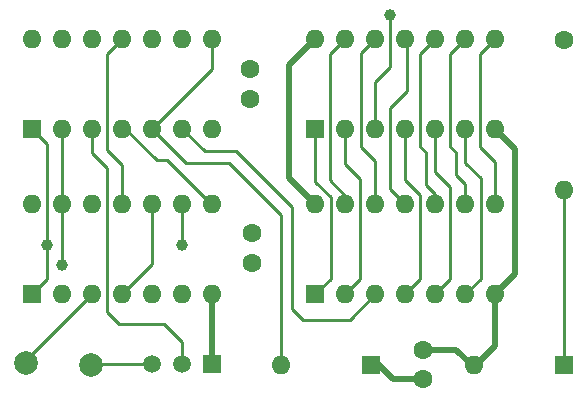
<source format=gbl>
G04 #@! TF.GenerationSoftware,KiCad,Pcbnew,7.0.7*
G04 #@! TF.CreationDate,2023-11-20T01:19:09+00:00*
G04 #@! TF.ProjectId,N2Graphics,4e324772-6170-4686-9963-732e6b696361,1.0*
G04 #@! TF.SameCoordinates,Original*
G04 #@! TF.FileFunction,Copper,L2,Bot*
G04 #@! TF.FilePolarity,Positive*
%FSLAX46Y46*%
G04 Gerber Fmt 4.6, Leading zero omitted, Abs format (unit mm)*
G04 Created by KiCad (PCBNEW 7.0.7) date 2023-11-20 01:19:09*
%MOMM*%
%LPD*%
G01*
G04 APERTURE LIST*
G04 #@! TA.AperFunction,ComponentPad*
%ADD10C,2.000000*%
G04 #@! TD*
G04 #@! TA.AperFunction,ComponentPad*
%ADD11R,1.500000X1.500000*%
G04 #@! TD*
G04 #@! TA.AperFunction,ComponentPad*
%ADD12C,1.500000*%
G04 #@! TD*
G04 #@! TA.AperFunction,ComponentPad*
%ADD13R,1.600000X1.600000*%
G04 #@! TD*
G04 #@! TA.AperFunction,ComponentPad*
%ADD14O,1.600000X1.600000*%
G04 #@! TD*
G04 #@! TA.AperFunction,ComponentPad*
%ADD15C,1.600000*%
G04 #@! TD*
G04 #@! TA.AperFunction,ViaPad*
%ADD16C,1.000000*%
G04 #@! TD*
G04 #@! TA.AperFunction,Conductor*
%ADD17C,0.500000*%
G04 #@! TD*
G04 #@! TA.AperFunction,Conductor*
%ADD18C,0.250000*%
G04 #@! TD*
G04 APERTURE END LIST*
D10*
X111488750Y-75813352D03*
D11*
X127268962Y-75914216D03*
D12*
X124728962Y-75914216D03*
X122188962Y-75914216D03*
D13*
X136000000Y-56000000D03*
D14*
X138540000Y-56000000D03*
X141080000Y-56000000D03*
X143620000Y-56000000D03*
X146160000Y-56000000D03*
X148700000Y-56000000D03*
X151240000Y-56000000D03*
X151240000Y-48380000D03*
X148700000Y-48380000D03*
X146160000Y-48380000D03*
X143620000Y-48380000D03*
X141080000Y-48380000D03*
X138540000Y-48380000D03*
X136000000Y-48380000D03*
D10*
X116971788Y-75962828D03*
D13*
X140719794Y-76000000D03*
D14*
X133099794Y-76000000D03*
D15*
X130447432Y-50944283D03*
X130447432Y-53444283D03*
D13*
X112000000Y-56000000D03*
D14*
X114540000Y-56000000D03*
X117080000Y-56000000D03*
X119620000Y-56000000D03*
X122160000Y-56000000D03*
X124700000Y-56000000D03*
X127240000Y-56000000D03*
X127240000Y-48380000D03*
X124700000Y-48380000D03*
X122160000Y-48380000D03*
X119620000Y-48380000D03*
X117080000Y-48380000D03*
X114540000Y-48380000D03*
X112000000Y-48380000D03*
D15*
X130623978Y-64834547D03*
X130623978Y-67334547D03*
D13*
X112000000Y-70000000D03*
D14*
X114540000Y-70000000D03*
X117080000Y-70000000D03*
X119620000Y-70000000D03*
X122160000Y-70000000D03*
X124700000Y-70000000D03*
X127240000Y-70000000D03*
X127240000Y-62380000D03*
X124700000Y-62380000D03*
X122160000Y-62380000D03*
X119620000Y-62380000D03*
X117080000Y-62380000D03*
X114540000Y-62380000D03*
X112000000Y-62380000D03*
D13*
X157042130Y-76000000D03*
D14*
X149422130Y-76000000D03*
D15*
X145133336Y-77194891D03*
X145133336Y-74694891D03*
D13*
X136000000Y-70000000D03*
D14*
X138540000Y-70000000D03*
X141080000Y-70000000D03*
X143620000Y-70000000D03*
X146160000Y-70000000D03*
X148700000Y-70000000D03*
X151240000Y-70000000D03*
X151240000Y-62380000D03*
X148700000Y-62380000D03*
X146160000Y-62380000D03*
X143620000Y-62380000D03*
X141080000Y-62380000D03*
X138540000Y-62380000D03*
X136000000Y-62380000D03*
D15*
X157050096Y-48473501D03*
D14*
X157050096Y-61173501D03*
D16*
X113261555Y-65880442D03*
X124706940Y-65873647D03*
X114540333Y-67535998D03*
X142350534Y-46380762D03*
D17*
X145133336Y-77194891D02*
X142554720Y-77194891D01*
X142554720Y-77194891D02*
X141029814Y-75669985D01*
D18*
X136000000Y-70000000D02*
X137288579Y-68711421D01*
X137288579Y-61760726D02*
X136000000Y-60472147D01*
X136000000Y-60472147D02*
X136000000Y-56000000D01*
X137288579Y-68711421D02*
X137288579Y-61760726D01*
X138540000Y-58984858D02*
X138540000Y-56000000D01*
X138540000Y-70000000D02*
X139816077Y-68723923D01*
X139816077Y-68723923D02*
X139816077Y-60260935D01*
X139816077Y-60260935D02*
X138540000Y-58984858D01*
X134966772Y-72174792D02*
X134027292Y-71235312D01*
X141080000Y-70000000D02*
X138905208Y-72174792D01*
X126619684Y-57919684D02*
X124700000Y-56000000D01*
X138905208Y-72174792D02*
X134966772Y-72174792D01*
X134027292Y-62637226D02*
X129309750Y-57919684D01*
X134027292Y-71235312D02*
X134027292Y-62637226D01*
X129309750Y-57919684D02*
X126619684Y-57919684D01*
X144891454Y-61578801D02*
X143620000Y-60307347D01*
X143620000Y-70000000D02*
X144891454Y-68728546D01*
X143620000Y-60307347D02*
X143620000Y-56000000D01*
X144891454Y-68728546D02*
X144891454Y-61578801D01*
X146160000Y-70000000D02*
X147418951Y-68741049D01*
X147418951Y-68741049D02*
X147418951Y-60922014D01*
X146160000Y-59663063D02*
X146160000Y-56000000D01*
X147418951Y-60922014D02*
X146160000Y-59663063D01*
X148700000Y-58905777D02*
X148700000Y-56000000D01*
X149987214Y-68712786D02*
X149987214Y-60192991D01*
X149987214Y-60192991D02*
X148700000Y-58905777D01*
X148700000Y-70000000D02*
X149987214Y-68712786D01*
D17*
X136000000Y-62380000D02*
X133812547Y-60192547D01*
X133812547Y-50567453D02*
X136000000Y-48380000D01*
X133812547Y-60192547D02*
X133812547Y-50567453D01*
X152931840Y-57691840D02*
X152931840Y-68308160D01*
X152931840Y-68308160D02*
X151240000Y-70000000D01*
X151240000Y-56000000D02*
X152931840Y-57691840D01*
X149422130Y-76185931D02*
X147936809Y-74700610D01*
X127240000Y-70000000D02*
X127240000Y-75885254D01*
X146805820Y-74694891D02*
X145133336Y-74694891D01*
X147936809Y-74700610D02*
X146811539Y-74700610D01*
X151240000Y-74368061D02*
X149422130Y-76185931D01*
X151240000Y-70000000D02*
X151240000Y-74368061D01*
X146811539Y-74700610D02*
X146805820Y-74694891D01*
D18*
X149934303Y-49685697D02*
X151240000Y-48380000D01*
X151240000Y-58819701D02*
X149934303Y-57514004D01*
X151240000Y-62380000D02*
X151240000Y-58819701D01*
X149934303Y-57514004D02*
X149934303Y-49685697D01*
X148700000Y-62380000D02*
X148700000Y-60708306D01*
X147406806Y-57514005D02*
X147406806Y-49673194D01*
X147900001Y-59908307D02*
X147900001Y-58007200D01*
X147406806Y-49673194D02*
X148700000Y-48380000D01*
X147900001Y-58007200D02*
X147406806Y-57514005D01*
X148700000Y-60708306D02*
X147900001Y-59908307D01*
X146160000Y-62380000D02*
X146160000Y-61548117D01*
X145360001Y-60748118D02*
X145360001Y-57967519D01*
X145360001Y-57967519D02*
X144901957Y-57509475D01*
X144901957Y-49638043D02*
X146160000Y-48380000D01*
X146160000Y-61548117D02*
X145360001Y-60748118D01*
X144901957Y-57509475D02*
X144901957Y-49638043D01*
X143620000Y-62380000D02*
X142338223Y-61098223D01*
X142338223Y-54254133D02*
X143777347Y-52815009D01*
X142338223Y-61098223D02*
X142338223Y-54254133D01*
X143777347Y-52815009D02*
X143777347Y-48537347D01*
X139837904Y-57514005D02*
X139837904Y-49622096D01*
X139837904Y-49622096D02*
X141080000Y-48380000D01*
X141080000Y-62380000D02*
X141080000Y-58756101D01*
X141080000Y-58756101D02*
X139837904Y-57514005D01*
X137209246Y-60327053D02*
X138540000Y-61657807D01*
X137209246Y-60327053D02*
X137209246Y-49710754D01*
X137209246Y-49710754D02*
X138540000Y-48380000D01*
X138540000Y-61657807D02*
X138540000Y-62380000D01*
X118360595Y-59348997D02*
X118360595Y-71517187D01*
X117080000Y-58068402D02*
X118360595Y-59348997D01*
X118360595Y-71517187D02*
X119386500Y-72543092D01*
X119386500Y-72543092D02*
X123226519Y-72543092D01*
X124728962Y-74045535D02*
X124728962Y-75914216D01*
X117080000Y-56000000D02*
X117080000Y-58068402D01*
X123226519Y-72543092D02*
X124728962Y-74045535D01*
X122188962Y-75914216D02*
X117020400Y-75914216D01*
X122160000Y-67460000D02*
X119620000Y-70000000D01*
X157050096Y-61173501D02*
X157050096Y-76177965D01*
X122160000Y-62380000D02*
X122160000Y-67460000D01*
X122160000Y-56000000D02*
X125058070Y-58898070D01*
X125058070Y-58898070D02*
X128664287Y-58898070D01*
X127240000Y-48380000D02*
X127240000Y-50920000D01*
X127240000Y-50920000D02*
X122160000Y-56000000D01*
X133099794Y-63333577D02*
X128664287Y-58898070D01*
X133099794Y-76000000D02*
X133099794Y-63333577D01*
X117080000Y-70000000D02*
X111488750Y-75591250D01*
X112000000Y-56000000D02*
X113261555Y-57261555D01*
X113261555Y-57261555D02*
X113261555Y-65880442D01*
X124700000Y-65866707D02*
X124706940Y-65873647D01*
X124700000Y-62380000D02*
X124700000Y-65866707D01*
X113261555Y-68738445D02*
X112000000Y-70000000D01*
X113261555Y-65880442D02*
X113261555Y-68738445D01*
X114540000Y-56000000D02*
X114540000Y-62380000D01*
X114540333Y-67535998D02*
X114540000Y-67535665D01*
X114540000Y-67535665D02*
X114540000Y-62380000D01*
X122574935Y-58663944D02*
X123460354Y-58663944D01*
X123460354Y-58663944D02*
X127176410Y-62380000D01*
X119910991Y-56000000D02*
X122574935Y-58663944D01*
X142350534Y-46380762D02*
X142350534Y-50763116D01*
X141080000Y-52033650D02*
X141080000Y-56000000D01*
X142350534Y-50763116D02*
X141080000Y-52033650D01*
X119620000Y-59047403D02*
X119620000Y-62380000D01*
X118356672Y-49643328D02*
X118356672Y-57784075D01*
X119620000Y-48380000D02*
X118356672Y-49643328D01*
X118356672Y-57784075D02*
X119620000Y-59047403D01*
M02*

</source>
